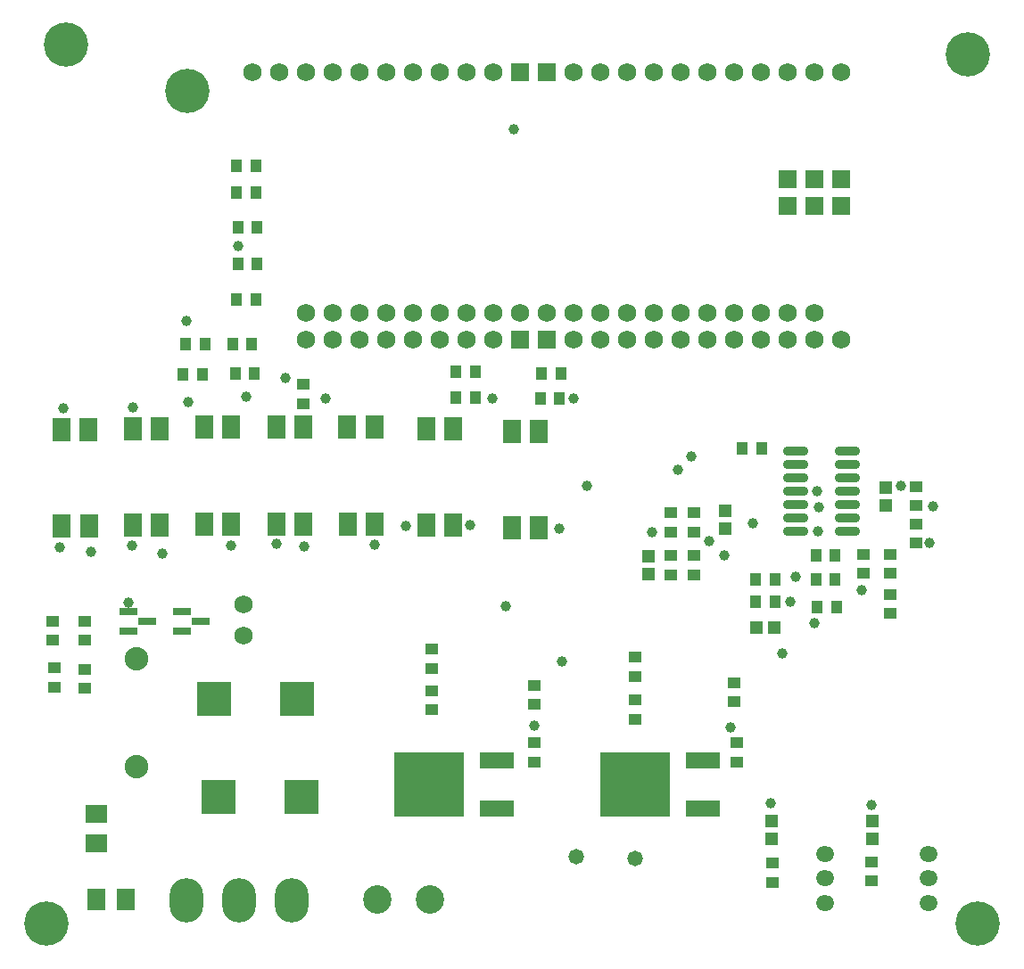
<source format=gts>
G04*
G04 #@! TF.GenerationSoftware,Altium Limited,Altium Designer,18.0.12 (696)*
G04*
G04 Layer_Color=8388736*
%FSLAX25Y25*%
%MOIN*%
G70*
G01*
G75*
%ADD26R,0.04737X0.05131*%
%ADD27R,0.04540X0.03950*%
%ADD28R,0.03950X0.04540*%
%ADD29R,0.05131X0.04737*%
%ADD30R,0.26391X0.24422*%
%ADD31R,0.12611X0.06312*%
%ADD32R,0.07099X0.07887*%
%ADD33R,0.06902X0.02965*%
%ADD34R,0.07887X0.07099*%
%ADD35R,0.06706X0.08800*%
%ADD36O,0.09461X0.03556*%
%ADD37C,0.10642*%
%ADD38O,0.12611X0.16548*%
%ADD39R,0.12611X0.12611*%
%ADD40C,0.06800*%
%ADD41C,0.08800*%
%ADD42O,0.06800X0.05800*%
%ADD43R,0.06800X0.06800*%
%ADD44C,0.16548*%
%ADD45C,0.03950*%
%ADD46C,0.05800*%
D26*
X312500Y-63346D02*
D03*
Y-56653D02*
D03*
X275000Y-63346D02*
D03*
Y-56653D02*
D03*
X317500Y61453D02*
D03*
Y68147D02*
D03*
X257500Y52653D02*
D03*
Y59346D02*
D03*
X229000Y35654D02*
D03*
Y42347D02*
D03*
D27*
X275236Y-79543D02*
D03*
Y-72457D02*
D03*
X319264Y28043D02*
D03*
Y20957D02*
D03*
Y43043D02*
D03*
Y35957D02*
D03*
X312236Y-79043D02*
D03*
Y-71957D02*
D03*
X309264Y43043D02*
D03*
Y35957D02*
D03*
X328736Y61257D02*
D03*
Y68343D02*
D03*
X237264Y58543D02*
D03*
Y51457D02*
D03*
X223736Y-18543D02*
D03*
Y-11457D02*
D03*
Y-2543D02*
D03*
Y4543D02*
D03*
X328736Y47257D02*
D03*
Y54343D02*
D03*
X245736Y51457D02*
D03*
Y58543D02*
D03*
X99764Y106543D02*
D03*
Y99457D02*
D03*
X186236Y-34543D02*
D03*
Y-27457D02*
D03*
Y-13043D02*
D03*
Y-5957D02*
D03*
X6736Y-6543D02*
D03*
Y543D02*
D03*
X6236Y10957D02*
D03*
Y18043D02*
D03*
X261736Y-34543D02*
D03*
Y-27457D02*
D03*
X260736Y-12043D02*
D03*
Y-4957D02*
D03*
X237236Y35457D02*
D03*
Y42543D02*
D03*
X147736Y-15043D02*
D03*
Y-7957D02*
D03*
Y457D02*
D03*
Y7543D02*
D03*
X245764Y42543D02*
D03*
Y35457D02*
D03*
X18028Y47D02*
D03*
Y-7040D02*
D03*
X18264Y18043D02*
D03*
Y10957D02*
D03*
D28*
X55957Y121764D02*
D03*
X63043D02*
D03*
X62043Y110236D02*
D03*
X54957D02*
D03*
X195543Y101236D02*
D03*
X188457D02*
D03*
X82043Y138236D02*
D03*
X74957D02*
D03*
X196043Y110736D02*
D03*
X188957D02*
D03*
X164043Y111236D02*
D03*
X156957D02*
D03*
X299043Y23236D02*
D03*
X291957D02*
D03*
X298543Y42736D02*
D03*
X291457D02*
D03*
X291457Y33764D02*
D03*
X298543D02*
D03*
X271043Y82536D02*
D03*
X263957D02*
D03*
X164043Y101736D02*
D03*
X156957D02*
D03*
X268957Y25264D02*
D03*
X276043D02*
D03*
X276043Y33736D02*
D03*
X268957D02*
D03*
X80543Y121736D02*
D03*
X73457D02*
D03*
X81543Y110736D02*
D03*
X74457D02*
D03*
X82043Y178236D02*
D03*
X74957D02*
D03*
X82043Y188236D02*
D03*
X74957D02*
D03*
X82543Y165236D02*
D03*
X75457D02*
D03*
X82543Y151736D02*
D03*
X75457D02*
D03*
D29*
X269153Y15500D02*
D03*
X275847D02*
D03*
D30*
X146878Y-43000D02*
D03*
X223878D02*
D03*
D31*
X172114Y-33945D02*
D03*
Y-52055D02*
D03*
X249114Y-33945D02*
D03*
Y-52055D02*
D03*
D32*
X22488Y-86000D02*
D03*
X33512D02*
D03*
D33*
X41642Y18000D02*
D03*
X34358Y14260D02*
D03*
Y21740D02*
D03*
X61642Y18000D02*
D03*
X54358Y14260D02*
D03*
Y21740D02*
D03*
D34*
X22500Y-53988D02*
D03*
Y-65012D02*
D03*
D35*
X126347Y90495D02*
D03*
X116308D02*
D03*
X126387Y54393D02*
D03*
X116387D02*
D03*
X187847Y88995D02*
D03*
X177808D02*
D03*
X187887Y52893D02*
D03*
X177887D02*
D03*
X99847Y90495D02*
D03*
X89808D02*
D03*
X99887Y54393D02*
D03*
X89887D02*
D03*
X9653Y53505D02*
D03*
X19692D02*
D03*
X9613Y89607D02*
D03*
X19613D02*
D03*
X72847Y90495D02*
D03*
X62808D02*
D03*
X72887Y54393D02*
D03*
X62887D02*
D03*
X36153Y54005D02*
D03*
X46192D02*
D03*
X36113Y90107D02*
D03*
X46113D02*
D03*
X155847Y89995D02*
D03*
X145808D02*
D03*
X155887Y53893D02*
D03*
X145887D02*
D03*
D36*
X303047Y51800D02*
D03*
Y56800D02*
D03*
Y61800D02*
D03*
Y66800D02*
D03*
Y71800D02*
D03*
Y76800D02*
D03*
Y81800D02*
D03*
X283953Y51800D02*
D03*
Y56800D02*
D03*
Y61800D02*
D03*
Y66800D02*
D03*
Y71800D02*
D03*
Y76800D02*
D03*
Y81800D02*
D03*
D37*
X147311Y-85969D02*
D03*
X127626D02*
D03*
D38*
X95500Y-86500D02*
D03*
X75815D02*
D03*
X56130Y-86500D02*
D03*
D39*
X68100Y-47700D02*
D03*
X99100Y-47794D02*
D03*
X66500Y-10905D02*
D03*
X97500Y-11000D02*
D03*
D40*
X77504Y12563D02*
D03*
Y24374D02*
D03*
X271000Y123300D02*
D03*
X101000D02*
D03*
X111000D02*
D03*
X121000D02*
D03*
X131000D02*
D03*
X141000D02*
D03*
X151000D02*
D03*
X161000D02*
D03*
X171000D02*
D03*
X201000D02*
D03*
X211000D02*
D03*
X221000D02*
D03*
X231000D02*
D03*
X241000D02*
D03*
X251000D02*
D03*
X261000D02*
D03*
X281000D02*
D03*
X291000D02*
D03*
X301000D02*
D03*
X101000Y133300D02*
D03*
X111000D02*
D03*
X121000D02*
D03*
X131000D02*
D03*
X141000D02*
D03*
X151000D02*
D03*
X161000D02*
D03*
X171000D02*
D03*
X181000D02*
D03*
X191000D02*
D03*
X201000D02*
D03*
X211000D02*
D03*
X221000D02*
D03*
X231000D02*
D03*
X241000D02*
D03*
X251000D02*
D03*
X261000D02*
D03*
X271000D02*
D03*
X281000D02*
D03*
X291000D02*
D03*
X81000Y223300D02*
D03*
X100900D02*
D03*
X110900D02*
D03*
X120900D02*
D03*
X130900D02*
D03*
X140900D02*
D03*
X150900D02*
D03*
X160900D02*
D03*
X170900D02*
D03*
X200900D02*
D03*
X210900D02*
D03*
X220900D02*
D03*
X230900D02*
D03*
X240900D02*
D03*
X250900D02*
D03*
X260900D02*
D03*
X270900D02*
D03*
X280900D02*
D03*
X290900D02*
D03*
X300900D02*
D03*
X91000D02*
D03*
D41*
X37500Y-36500D02*
D03*
Y4000D02*
D03*
D42*
X333500Y-78000D02*
D03*
Y-87500D02*
D03*
Y-69000D02*
D03*
X295000Y-78000D02*
D03*
Y-87500D02*
D03*
Y-69000D02*
D03*
D43*
X181000Y123300D02*
D03*
X191000D02*
D03*
X190900Y223300D02*
D03*
X180900D02*
D03*
X281000Y183300D02*
D03*
X291000D02*
D03*
X301000D02*
D03*
X281000Y173300D02*
D03*
X291000D02*
D03*
X301000D02*
D03*
D44*
X56400Y216200D02*
D03*
X11300Y233500D02*
D03*
X348100Y230000D02*
D03*
X3900Y-95100D02*
D03*
X352000D02*
D03*
D45*
X34400Y25100D02*
D03*
X75400Y158200D02*
D03*
X78600Y102100D02*
D03*
X108100Y101300D02*
D03*
X186200Y-21000D02*
D03*
X20400Y43900D02*
D03*
X8700Y45600D02*
D03*
X72913Y46187D02*
D03*
X291900Y66800D02*
D03*
X334000Y47200D02*
D03*
X10300Y97500D02*
D03*
X35700Y46400D02*
D03*
X36200Y97900D02*
D03*
X100100Y46100D02*
D03*
X47100Y43200D02*
D03*
X162300Y53900D02*
D03*
X126600Y46700D02*
D03*
X195400Y52700D02*
D03*
X323300Y68500D02*
D03*
X138200Y53800D02*
D03*
X175600Y23600D02*
D03*
X196500Y3100D02*
D03*
X283700Y34800D02*
D03*
X281800Y25400D02*
D03*
X268006Y54648D02*
D03*
X230300Y51400D02*
D03*
X245000Y79700D02*
D03*
X290900Y17200D02*
D03*
X240000Y74800D02*
D03*
X93100Y108900D02*
D03*
X200964Y101236D02*
D03*
X292400Y60800D02*
D03*
X292200Y51500D02*
D03*
X308600Y29600D02*
D03*
X335300Y61000D02*
D03*
X206000Y68600D02*
D03*
X89800Y46900D02*
D03*
X251629Y47929D02*
D03*
X257200Y42500D02*
D03*
X170400Y101400D02*
D03*
X178400Y201900D02*
D03*
X56700Y100000D02*
D03*
X56253Y130400D02*
D03*
X279000Y6000D02*
D03*
X259500Y-21700D02*
D03*
X312300Y-50700D02*
D03*
X274600Y-50000D02*
D03*
X223400Y-70500D02*
D03*
D46*
X201978Y-70022D02*
D03*
X223878Y-70800D02*
D03*
M02*

</source>
